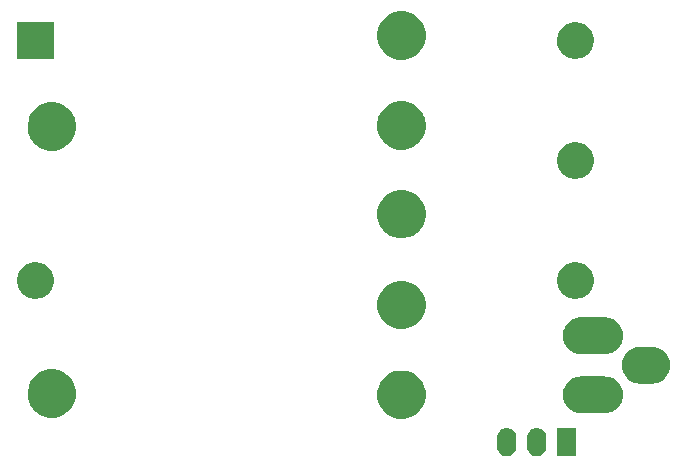
<source format=gbr>
G04 #@! TF.GenerationSoftware,KiCad,Pcbnew,(5.0.2)-1*
G04 #@! TF.CreationDate,2019-01-19T19:24:24-05:00*
G04 #@! TF.ProjectId,Keithley_177_power_repair,4b656974-686c-4657-995f-3137375f706f,rev?*
G04 #@! TF.SameCoordinates,Original*
G04 #@! TF.FileFunction,Soldermask,Bot*
G04 #@! TF.FilePolarity,Negative*
%FSLAX46Y46*%
G04 Gerber Fmt 4.6, Leading zero omitted, Abs format (unit mm)*
G04 Created by KiCad (PCBNEW (5.0.2)-1) date 1/19/2019 7:24:24 PM*
%MOMM*%
%LPD*%
G01*
G04 APERTURE LIST*
%ADD10C,0.100000*%
G04 APERTURE END LIST*
D10*
G36*
X74077025Y-80810590D02*
X74228012Y-80856392D01*
X74367165Y-80930770D01*
X74489133Y-81030867D01*
X74589230Y-81152835D01*
X74663608Y-81291988D01*
X74709410Y-81442975D01*
X74721000Y-81560654D01*
X74721000Y-82439346D01*
X74709410Y-82557025D01*
X74663608Y-82708012D01*
X74589230Y-82847165D01*
X74489136Y-82969130D01*
X74489134Y-82969131D01*
X74489133Y-82969133D01*
X74489129Y-82969136D01*
X74367161Y-83069232D01*
X74228011Y-83143608D01*
X74077024Y-83189410D01*
X73920000Y-83204875D01*
X73762975Y-83189410D01*
X73611988Y-83143608D01*
X73472835Y-83069230D01*
X73350870Y-82969136D01*
X73350869Y-82969134D01*
X73350867Y-82969133D01*
X73300819Y-82908148D01*
X73250768Y-82847161D01*
X73176392Y-82708011D01*
X73130590Y-82557024D01*
X73119000Y-82439345D01*
X73119000Y-81560655D01*
X73130591Y-81442975D01*
X73176393Y-81291988D01*
X73250771Y-81152835D01*
X73350868Y-81030867D01*
X73472836Y-80930770D01*
X73611989Y-80856392D01*
X73762976Y-80810590D01*
X73920000Y-80795125D01*
X74077025Y-80810590D01*
X74077025Y-80810590D01*
G37*
G36*
X76617025Y-80810590D02*
X76768012Y-80856392D01*
X76907165Y-80930770D01*
X77029133Y-81030867D01*
X77129230Y-81152835D01*
X77203608Y-81291988D01*
X77249410Y-81442975D01*
X77261000Y-81560654D01*
X77261000Y-82439346D01*
X77249410Y-82557025D01*
X77203608Y-82708012D01*
X77129230Y-82847165D01*
X77029136Y-82969130D01*
X77029134Y-82969131D01*
X77029133Y-82969133D01*
X77029129Y-82969136D01*
X76907161Y-83069232D01*
X76768011Y-83143608D01*
X76617024Y-83189410D01*
X76460000Y-83204875D01*
X76302975Y-83189410D01*
X76151988Y-83143608D01*
X76012835Y-83069230D01*
X75890870Y-82969136D01*
X75890869Y-82969134D01*
X75890867Y-82969133D01*
X75840819Y-82908148D01*
X75790768Y-82847161D01*
X75716392Y-82708011D01*
X75670590Y-82557024D01*
X75659000Y-82439345D01*
X75659000Y-81560655D01*
X75670591Y-81442975D01*
X75716393Y-81291988D01*
X75790771Y-81152835D01*
X75890868Y-81030867D01*
X76012836Y-80930770D01*
X76151989Y-80856392D01*
X76302976Y-80810590D01*
X76460000Y-80795125D01*
X76617025Y-80810590D01*
X76617025Y-80810590D01*
G37*
G36*
X79801000Y-83201000D02*
X78199000Y-83201000D01*
X78199000Y-80799000D01*
X79801000Y-80799000D01*
X79801000Y-83201000D01*
X79801000Y-83201000D01*
G37*
G36*
X65598252Y-76027818D02*
X65598254Y-76027819D01*
X65598255Y-76027819D01*
X65971513Y-76182427D01*
X66246036Y-76365858D01*
X66307439Y-76406886D01*
X66593114Y-76692561D01*
X66593116Y-76692564D01*
X66817573Y-77028487D01*
X66930761Y-77301748D01*
X66972182Y-77401748D01*
X67051000Y-77797993D01*
X67051000Y-78202007D01*
X66972548Y-78596414D01*
X66972181Y-78598255D01*
X66817573Y-78971513D01*
X66817572Y-78971514D01*
X66593114Y-79307439D01*
X66307439Y-79593114D01*
X66307436Y-79593116D01*
X65971513Y-79817573D01*
X65598255Y-79972181D01*
X65598254Y-79972181D01*
X65598252Y-79972182D01*
X65202007Y-80051000D01*
X64797993Y-80051000D01*
X64401748Y-79972182D01*
X64401746Y-79972181D01*
X64401745Y-79972181D01*
X64028487Y-79817573D01*
X63692564Y-79593116D01*
X63692561Y-79593114D01*
X63406886Y-79307439D01*
X63182428Y-78971514D01*
X63182427Y-78971513D01*
X63027819Y-78598255D01*
X63027453Y-78596414D01*
X62949000Y-78202007D01*
X62949000Y-77797993D01*
X63027818Y-77401748D01*
X63069239Y-77301748D01*
X63182427Y-77028487D01*
X63406884Y-76692564D01*
X63406886Y-76692561D01*
X63692561Y-76406886D01*
X63753964Y-76365858D01*
X64028487Y-76182427D01*
X64401745Y-76027819D01*
X64401746Y-76027819D01*
X64401748Y-76027818D01*
X64797993Y-75949000D01*
X65202007Y-75949000D01*
X65598252Y-76027818D01*
X65598252Y-76027818D01*
G37*
G36*
X35998252Y-75927818D02*
X35998254Y-75927819D01*
X35998255Y-75927819D01*
X36371513Y-76082427D01*
X36371514Y-76082428D01*
X36707439Y-76306886D01*
X36993114Y-76592561D01*
X36993116Y-76592564D01*
X37217573Y-76928487D01*
X37372181Y-77301745D01*
X37372182Y-77301748D01*
X37451000Y-77697993D01*
X37451000Y-78102007D01*
X37410812Y-78304047D01*
X37372181Y-78498255D01*
X37217573Y-78871513D01*
X37217572Y-78871514D01*
X36993114Y-79207439D01*
X36707439Y-79493114D01*
X36707436Y-79493116D01*
X36371513Y-79717573D01*
X35998255Y-79872181D01*
X35998254Y-79872181D01*
X35998252Y-79872182D01*
X35602007Y-79951000D01*
X35197993Y-79951000D01*
X34801748Y-79872182D01*
X34801746Y-79872181D01*
X34801745Y-79872181D01*
X34428487Y-79717573D01*
X34092564Y-79493116D01*
X34092561Y-79493114D01*
X33806886Y-79207439D01*
X33582428Y-78871514D01*
X33582427Y-78871513D01*
X33427819Y-78498255D01*
X33389189Y-78304047D01*
X33349000Y-78102007D01*
X33349000Y-77697993D01*
X33427818Y-77301748D01*
X33427819Y-77301745D01*
X33582427Y-76928487D01*
X33806884Y-76592564D01*
X33806886Y-76592561D01*
X34092561Y-76306886D01*
X34428486Y-76082428D01*
X34428487Y-76082427D01*
X34801745Y-75927819D01*
X34801746Y-75927819D01*
X34801748Y-75927818D01*
X35197993Y-75849000D01*
X35602007Y-75849000D01*
X35998252Y-75927818D01*
X35998252Y-75927818D01*
G37*
G36*
X82352143Y-76456481D02*
X82504049Y-76471442D01*
X82698959Y-76530567D01*
X82796415Y-76560130D01*
X82894690Y-76612660D01*
X83065858Y-76704151D01*
X83302029Y-76897971D01*
X83495849Y-77134142D01*
X83585435Y-77301745D01*
X83639870Y-77403585D01*
X83639870Y-77403586D01*
X83728558Y-77695951D01*
X83758504Y-78000000D01*
X83728558Y-78304049D01*
X83669647Y-78498252D01*
X83639870Y-78596415D01*
X83638888Y-78598252D01*
X83495849Y-78865858D01*
X83302029Y-79102029D01*
X83065858Y-79295849D01*
X82894690Y-79387340D01*
X82796415Y-79439870D01*
X82698959Y-79469433D01*
X82504049Y-79528558D01*
X82352143Y-79543519D01*
X82276191Y-79551000D01*
X80123809Y-79551000D01*
X80047857Y-79543519D01*
X79895951Y-79528558D01*
X79701041Y-79469433D01*
X79603585Y-79439870D01*
X79505310Y-79387340D01*
X79334142Y-79295849D01*
X79097971Y-79102029D01*
X78904151Y-78865858D01*
X78761112Y-78598252D01*
X78760130Y-78596415D01*
X78730353Y-78498252D01*
X78671442Y-78304049D01*
X78641496Y-78000000D01*
X78671442Y-77695951D01*
X78760130Y-77403586D01*
X78760130Y-77403585D01*
X78814565Y-77301745D01*
X78904151Y-77134142D01*
X79097971Y-76897971D01*
X79334142Y-76704151D01*
X79505310Y-76612660D01*
X79603585Y-76560130D01*
X79701041Y-76530567D01*
X79895951Y-76471442D01*
X80047857Y-76456481D01*
X80123809Y-76449000D01*
X82276191Y-76449000D01*
X82352143Y-76456481D01*
X82352143Y-76456481D01*
G37*
G36*
X86352143Y-73956481D02*
X86504049Y-73971442D01*
X86698959Y-74030567D01*
X86796415Y-74060130D01*
X86894690Y-74112660D01*
X87065858Y-74204151D01*
X87302029Y-74397971D01*
X87495849Y-74634142D01*
X87587340Y-74805310D01*
X87639870Y-74903585D01*
X87639870Y-74903586D01*
X87728558Y-75195951D01*
X87758504Y-75500000D01*
X87728558Y-75804049D01*
X87669433Y-75998959D01*
X87639870Y-76096415D01*
X87593895Y-76182427D01*
X87495849Y-76365858D01*
X87302029Y-76602029D01*
X87065858Y-76795849D01*
X86894690Y-76887340D01*
X86796415Y-76939870D01*
X86698959Y-76969433D01*
X86504049Y-77028558D01*
X86352143Y-77043519D01*
X86276191Y-77051000D01*
X85123809Y-77051000D01*
X85047857Y-77043519D01*
X84895951Y-77028558D01*
X84701041Y-76969433D01*
X84603585Y-76939870D01*
X84505310Y-76887340D01*
X84334142Y-76795849D01*
X84097971Y-76602029D01*
X83904151Y-76365858D01*
X83806105Y-76182427D01*
X83760130Y-76096415D01*
X83730567Y-75998959D01*
X83671442Y-75804049D01*
X83641496Y-75500000D01*
X83671442Y-75195951D01*
X83760130Y-74903586D01*
X83760130Y-74903585D01*
X83812660Y-74805310D01*
X83904151Y-74634142D01*
X84097971Y-74397971D01*
X84334142Y-74204151D01*
X84505310Y-74112660D01*
X84603585Y-74060130D01*
X84701041Y-74030567D01*
X84895951Y-73971442D01*
X85047857Y-73956481D01*
X85123809Y-73949000D01*
X86276191Y-73949000D01*
X86352143Y-73956481D01*
X86352143Y-73956481D01*
G37*
G36*
X82352143Y-71456481D02*
X82504049Y-71471442D01*
X82698959Y-71530567D01*
X82796415Y-71560130D01*
X82894690Y-71612660D01*
X83065858Y-71704151D01*
X83302029Y-71897971D01*
X83495849Y-72134142D01*
X83587340Y-72305310D01*
X83639870Y-72403585D01*
X83639870Y-72403586D01*
X83728558Y-72695951D01*
X83758504Y-73000000D01*
X83728558Y-73304049D01*
X83669433Y-73498959D01*
X83639870Y-73596415D01*
X83587340Y-73694690D01*
X83495849Y-73865858D01*
X83302029Y-74102029D01*
X83065858Y-74295849D01*
X82894690Y-74387340D01*
X82796415Y-74439870D01*
X82698959Y-74469433D01*
X82504049Y-74528558D01*
X82352143Y-74543519D01*
X82276191Y-74551000D01*
X80123809Y-74551000D01*
X80047857Y-74543519D01*
X79895951Y-74528558D01*
X79701041Y-74469433D01*
X79603585Y-74439870D01*
X79505310Y-74387340D01*
X79334142Y-74295849D01*
X79097971Y-74102029D01*
X78904151Y-73865858D01*
X78812660Y-73694690D01*
X78760130Y-73596415D01*
X78730567Y-73498959D01*
X78671442Y-73304049D01*
X78641496Y-73000000D01*
X78671442Y-72695951D01*
X78760130Y-72403586D01*
X78760130Y-72403585D01*
X78812660Y-72305310D01*
X78904151Y-72134142D01*
X79097971Y-71897971D01*
X79334142Y-71704151D01*
X79505310Y-71612660D01*
X79603585Y-71560130D01*
X79701041Y-71530567D01*
X79895951Y-71471442D01*
X80047857Y-71456481D01*
X80123809Y-71449000D01*
X82276191Y-71449000D01*
X82352143Y-71456481D01*
X82352143Y-71456481D01*
G37*
G36*
X65598252Y-68427818D02*
X65598254Y-68427819D01*
X65598255Y-68427819D01*
X65971513Y-68582427D01*
X65971514Y-68582428D01*
X66307439Y-68806886D01*
X66593114Y-69092561D01*
X66593116Y-69092564D01*
X66817573Y-69428487D01*
X66972181Y-69801745D01*
X67051000Y-70197994D01*
X67051000Y-70602006D01*
X66972181Y-70998255D01*
X66817573Y-71371513D01*
X66750802Y-71471442D01*
X66593114Y-71707439D01*
X66307439Y-71993114D01*
X66307436Y-71993116D01*
X65971513Y-72217573D01*
X65598255Y-72372181D01*
X65598254Y-72372181D01*
X65598252Y-72372182D01*
X65202007Y-72451000D01*
X64797993Y-72451000D01*
X64401748Y-72372182D01*
X64401746Y-72372181D01*
X64401745Y-72372181D01*
X64028487Y-72217573D01*
X63692564Y-71993116D01*
X63692561Y-71993114D01*
X63406886Y-71707439D01*
X63249198Y-71471442D01*
X63182427Y-71371513D01*
X63027819Y-70998255D01*
X62949000Y-70602006D01*
X62949000Y-70197994D01*
X63027819Y-69801745D01*
X63182427Y-69428487D01*
X63406884Y-69092564D01*
X63406886Y-69092561D01*
X63692561Y-68806886D01*
X64028486Y-68582428D01*
X64028487Y-68582427D01*
X64401745Y-68427819D01*
X64401746Y-68427819D01*
X64401748Y-68427818D01*
X64797993Y-68349000D01*
X65202007Y-68349000D01*
X65598252Y-68427818D01*
X65598252Y-68427818D01*
G37*
G36*
X34352527Y-66808736D02*
X34452410Y-66828604D01*
X34734674Y-66945521D01*
X34988705Y-67115259D01*
X35204741Y-67331295D01*
X35374479Y-67585326D01*
X35491396Y-67867590D01*
X35551000Y-68167240D01*
X35551000Y-68472760D01*
X35491396Y-68772410D01*
X35374479Y-69054674D01*
X35204741Y-69308705D01*
X34988705Y-69524741D01*
X34734674Y-69694479D01*
X34452410Y-69811396D01*
X34352527Y-69831264D01*
X34152762Y-69871000D01*
X33847238Y-69871000D01*
X33647473Y-69831264D01*
X33547590Y-69811396D01*
X33265326Y-69694479D01*
X33011295Y-69524741D01*
X32795259Y-69308705D01*
X32625521Y-69054674D01*
X32508604Y-68772410D01*
X32449000Y-68472760D01*
X32449000Y-68167240D01*
X32508604Y-67867590D01*
X32625521Y-67585326D01*
X32795259Y-67331295D01*
X33011295Y-67115259D01*
X33265326Y-66945521D01*
X33547590Y-66828604D01*
X33647473Y-66808736D01*
X33847238Y-66769000D01*
X34152762Y-66769000D01*
X34352527Y-66808736D01*
X34352527Y-66808736D01*
G37*
G36*
X80072527Y-66808736D02*
X80172410Y-66828604D01*
X80454674Y-66945521D01*
X80708705Y-67115259D01*
X80924741Y-67331295D01*
X81094479Y-67585326D01*
X81211396Y-67867590D01*
X81271000Y-68167240D01*
X81271000Y-68472760D01*
X81211396Y-68772410D01*
X81094479Y-69054674D01*
X80924741Y-69308705D01*
X80708705Y-69524741D01*
X80454674Y-69694479D01*
X80172410Y-69811396D01*
X80072527Y-69831264D01*
X79872762Y-69871000D01*
X79567238Y-69871000D01*
X79367473Y-69831264D01*
X79267590Y-69811396D01*
X78985326Y-69694479D01*
X78731295Y-69524741D01*
X78515259Y-69308705D01*
X78345521Y-69054674D01*
X78228604Y-68772410D01*
X78169000Y-68472760D01*
X78169000Y-68167240D01*
X78228604Y-67867590D01*
X78345521Y-67585326D01*
X78515259Y-67331295D01*
X78731295Y-67115259D01*
X78985326Y-66945521D01*
X79267590Y-66828604D01*
X79367473Y-66808736D01*
X79567238Y-66769000D01*
X79872762Y-66769000D01*
X80072527Y-66808736D01*
X80072527Y-66808736D01*
G37*
G36*
X65598252Y-60727818D02*
X65598254Y-60727819D01*
X65598255Y-60727819D01*
X65971513Y-60882427D01*
X65971514Y-60882428D01*
X66307439Y-61106886D01*
X66593114Y-61392561D01*
X66593116Y-61392564D01*
X66817573Y-61728487D01*
X66972181Y-62101745D01*
X67051000Y-62497994D01*
X67051000Y-62902006D01*
X66972181Y-63298255D01*
X66817573Y-63671513D01*
X66817572Y-63671514D01*
X66593114Y-64007439D01*
X66307439Y-64293114D01*
X66307436Y-64293116D01*
X65971513Y-64517573D01*
X65598255Y-64672181D01*
X65598254Y-64672181D01*
X65598252Y-64672182D01*
X65202007Y-64751000D01*
X64797993Y-64751000D01*
X64401748Y-64672182D01*
X64401746Y-64672181D01*
X64401745Y-64672181D01*
X64028487Y-64517573D01*
X63692564Y-64293116D01*
X63692561Y-64293114D01*
X63406886Y-64007439D01*
X63182428Y-63671514D01*
X63182427Y-63671513D01*
X63027819Y-63298255D01*
X62949000Y-62902006D01*
X62949000Y-62497994D01*
X63027819Y-62101745D01*
X63182427Y-61728487D01*
X63406884Y-61392564D01*
X63406886Y-61392561D01*
X63692561Y-61106886D01*
X64028486Y-60882428D01*
X64028487Y-60882427D01*
X64401745Y-60727819D01*
X64401746Y-60727819D01*
X64401748Y-60727818D01*
X64797993Y-60649000D01*
X65202007Y-60649000D01*
X65598252Y-60727818D01*
X65598252Y-60727818D01*
G37*
G36*
X80072527Y-56648736D02*
X80172410Y-56668604D01*
X80454674Y-56785521D01*
X80708705Y-56955259D01*
X80924741Y-57171295D01*
X81094479Y-57425326D01*
X81211396Y-57707590D01*
X81271000Y-58007240D01*
X81271000Y-58312760D01*
X81211396Y-58612410D01*
X81094479Y-58894674D01*
X80924741Y-59148705D01*
X80708705Y-59364741D01*
X80454674Y-59534479D01*
X80172410Y-59651396D01*
X80072527Y-59671264D01*
X79872762Y-59711000D01*
X79567238Y-59711000D01*
X79367473Y-59671264D01*
X79267590Y-59651396D01*
X78985326Y-59534479D01*
X78731295Y-59364741D01*
X78515259Y-59148705D01*
X78345521Y-58894674D01*
X78228604Y-58612410D01*
X78169000Y-58312760D01*
X78169000Y-58007240D01*
X78228604Y-57707590D01*
X78345521Y-57425326D01*
X78515259Y-57171295D01*
X78731295Y-56955259D01*
X78985326Y-56785521D01*
X79267590Y-56668604D01*
X79367473Y-56648736D01*
X79567238Y-56609000D01*
X79872762Y-56609000D01*
X80072527Y-56648736D01*
X80072527Y-56648736D01*
G37*
G36*
X35998252Y-53327818D02*
X35998254Y-53327819D01*
X35998255Y-53327819D01*
X36371513Y-53482427D01*
X36702905Y-53703857D01*
X36707439Y-53706886D01*
X36993114Y-53992561D01*
X36993116Y-53992564D01*
X37217573Y-54328487D01*
X37330761Y-54601748D01*
X37372182Y-54701748D01*
X37451000Y-55097993D01*
X37451000Y-55502007D01*
X37392073Y-55798255D01*
X37372181Y-55898255D01*
X37217573Y-56271513D01*
X37217572Y-56271514D01*
X36993114Y-56607439D01*
X36707439Y-56893114D01*
X36707436Y-56893116D01*
X36371513Y-57117573D01*
X35998255Y-57272181D01*
X35998254Y-57272181D01*
X35998252Y-57272182D01*
X35602007Y-57351000D01*
X35197993Y-57351000D01*
X34801748Y-57272182D01*
X34801746Y-57272181D01*
X34801745Y-57272181D01*
X34428487Y-57117573D01*
X34092564Y-56893116D01*
X34092561Y-56893114D01*
X33806886Y-56607439D01*
X33582428Y-56271514D01*
X33582427Y-56271513D01*
X33427819Y-55898255D01*
X33407928Y-55798255D01*
X33349000Y-55502007D01*
X33349000Y-55097993D01*
X33427818Y-54701748D01*
X33469239Y-54601748D01*
X33582427Y-54328487D01*
X33806884Y-53992564D01*
X33806886Y-53992561D01*
X34092561Y-53706886D01*
X34097095Y-53703857D01*
X34428487Y-53482427D01*
X34801745Y-53327819D01*
X34801746Y-53327819D01*
X34801748Y-53327818D01*
X35197993Y-53249000D01*
X35602007Y-53249000D01*
X35998252Y-53327818D01*
X35998252Y-53327818D01*
G37*
G36*
X65598252Y-53227818D02*
X65598254Y-53227819D01*
X65598255Y-53227819D01*
X65971513Y-53382427D01*
X65971514Y-53382428D01*
X66307439Y-53606886D01*
X66593114Y-53892561D01*
X66593116Y-53892564D01*
X66817573Y-54228487D01*
X66858994Y-54328487D01*
X66972182Y-54601748D01*
X66992073Y-54701748D01*
X67051000Y-54997994D01*
X67051000Y-55402006D01*
X66972181Y-55798255D01*
X66817573Y-56171513D01*
X66817572Y-56171514D01*
X66593114Y-56507439D01*
X66307439Y-56793114D01*
X66307436Y-56793116D01*
X65971513Y-57017573D01*
X65598255Y-57172181D01*
X65598254Y-57172181D01*
X65598252Y-57172182D01*
X65202007Y-57251000D01*
X64797993Y-57251000D01*
X64401748Y-57172182D01*
X64401746Y-57172181D01*
X64401745Y-57172181D01*
X64028487Y-57017573D01*
X63692564Y-56793116D01*
X63692561Y-56793114D01*
X63406886Y-56507439D01*
X63182428Y-56171514D01*
X63182427Y-56171513D01*
X63027819Y-55798255D01*
X62949000Y-55402006D01*
X62949000Y-54997994D01*
X63007927Y-54701748D01*
X63027818Y-54601748D01*
X63141006Y-54328487D01*
X63182427Y-54228487D01*
X63406884Y-53892564D01*
X63406886Y-53892561D01*
X63692561Y-53606886D01*
X64028486Y-53382428D01*
X64028487Y-53382427D01*
X64401745Y-53227819D01*
X64401746Y-53227819D01*
X64401748Y-53227818D01*
X64797993Y-53149000D01*
X65202007Y-53149000D01*
X65598252Y-53227818D01*
X65598252Y-53227818D01*
G37*
G36*
X65598252Y-45627818D02*
X65598254Y-45627819D01*
X65598255Y-45627819D01*
X65971513Y-45782427D01*
X65971514Y-45782428D01*
X66307439Y-46006886D01*
X66593114Y-46292561D01*
X66593116Y-46292564D01*
X66817573Y-46628487D01*
X66886652Y-46795259D01*
X66972182Y-47001748D01*
X67051000Y-47397993D01*
X67051000Y-47802007D01*
X66981231Y-48152762D01*
X66972181Y-48198255D01*
X66817573Y-48571513D01*
X66817572Y-48571514D01*
X66593114Y-48907439D01*
X66307439Y-49193114D01*
X66307436Y-49193116D01*
X65971513Y-49417573D01*
X65598255Y-49572181D01*
X65598254Y-49572181D01*
X65598252Y-49572182D01*
X65202007Y-49651000D01*
X64797993Y-49651000D01*
X64401748Y-49572182D01*
X64401746Y-49572181D01*
X64401745Y-49572181D01*
X64028487Y-49417573D01*
X63692564Y-49193116D01*
X63692561Y-49193114D01*
X63406886Y-48907439D01*
X63182428Y-48571514D01*
X63182427Y-48571513D01*
X63027819Y-48198255D01*
X63018770Y-48152762D01*
X62949000Y-47802007D01*
X62949000Y-47397993D01*
X63027818Y-47001748D01*
X63113348Y-46795259D01*
X63182427Y-46628487D01*
X63406884Y-46292564D01*
X63406886Y-46292561D01*
X63692561Y-46006886D01*
X64028486Y-45782428D01*
X64028487Y-45782427D01*
X64401745Y-45627819D01*
X64401746Y-45627819D01*
X64401748Y-45627818D01*
X64797993Y-45549000D01*
X65202007Y-45549000D01*
X65598252Y-45627818D01*
X65598252Y-45627818D01*
G37*
G36*
X35551000Y-49551000D02*
X32449000Y-49551000D01*
X32449000Y-46449000D01*
X35551000Y-46449000D01*
X35551000Y-49551000D01*
X35551000Y-49551000D01*
G37*
G36*
X80072527Y-46488736D02*
X80172410Y-46508604D01*
X80454674Y-46625521D01*
X80708705Y-46795259D01*
X80924741Y-47011295D01*
X81094479Y-47265326D01*
X81211396Y-47547590D01*
X81211396Y-47547591D01*
X81271000Y-47847238D01*
X81271000Y-48152762D01*
X81231264Y-48352527D01*
X81211396Y-48452410D01*
X81094479Y-48734674D01*
X80924741Y-48988705D01*
X80708705Y-49204741D01*
X80454674Y-49374479D01*
X80172410Y-49491396D01*
X80072527Y-49511264D01*
X79872762Y-49551000D01*
X79567238Y-49551000D01*
X79367473Y-49511264D01*
X79267590Y-49491396D01*
X78985326Y-49374479D01*
X78731295Y-49204741D01*
X78515259Y-48988705D01*
X78345521Y-48734674D01*
X78228604Y-48452410D01*
X78208736Y-48352527D01*
X78169000Y-48152762D01*
X78169000Y-47847238D01*
X78228604Y-47547591D01*
X78228604Y-47547590D01*
X78345521Y-47265326D01*
X78515259Y-47011295D01*
X78731295Y-46795259D01*
X78985326Y-46625521D01*
X79267590Y-46508604D01*
X79367473Y-46488736D01*
X79567238Y-46449000D01*
X79872762Y-46449000D01*
X80072527Y-46488736D01*
X80072527Y-46488736D01*
G37*
M02*

</source>
